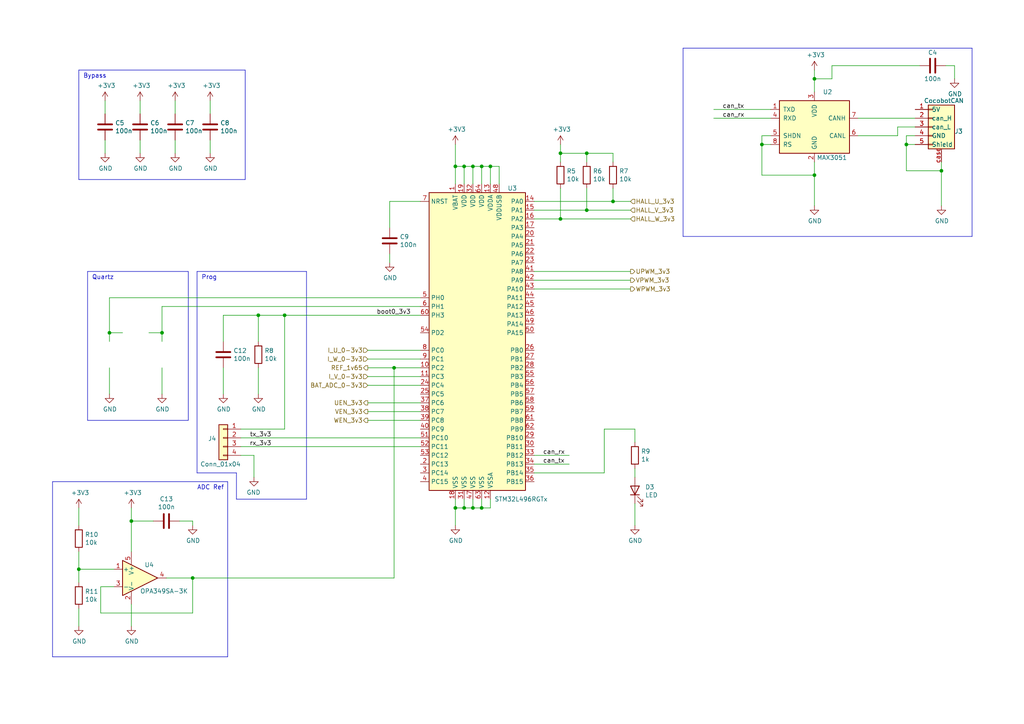
<source format=kicad_sch>
(kicad_sch (version 20230121) (generator eeschema)
  (paper "A4")
  (title_block (title "Canon") (rev "2019") (company "Cocobot") (comment 1 "Version originale: Brushless SSLv2 - R. Deniéport"))
  (lib_symbols
    (symbol "Connector_Generic:Conn_01x04" (pin_names (offset 1.016) hide)
      (property "Reference" "J" (at 0 5.08 0))
      (property "Value" "Conn_01x04" (at 0 -7.62 0))
      (symbol "Conn_01x04_1_1"
        (rectangle (start -1.27 -4.953) (end 0 -5.207) (stroke (width 0.1524)))
        (rectangle (start -1.27 -2.413) (end 0 -2.667) (stroke (width 0.1524)))
        (rectangle (start -1.27 0.127) (end 0 -0.127) (stroke (width 0.1524)))
        (rectangle (start -1.27 2.667) (end 0 2.413) (stroke (width 0.1524)))
        (rectangle (start -1.27 3.81) (end 1.27 -6.35) (stroke (width 0.254)) (fill (type background)))
        (pin passive line (at -5.08 2.54 0) (length 3.81) (name "Pin_1") (number "1"))
        (pin passive line (at -5.08 0 0) (length 3.81) (name "Pin_2") (number "2"))
        (pin passive line (at -5.08 -2.54 0) (length 3.81) (name "Pin_3") (number "3"))
        (pin passive line (at -5.08 -5.08 0) (length 3.81) (name "Pin_4") (number "4"))
      )
    )
    (symbol "Device:C" (pin_numbers hide) (pin_names (offset 0.254))
      (property "Reference" "C" (at 0.635 2.54 0))
      (property "Value" "C" (at 0.635 -2.54 0))
      (symbol "C_0_1"
        (polyline (pts (xy -2.032 -0.762) (xy 2.032 -0.762)) (stroke (width 0.508)))
        (polyline (pts (xy -2.032 0.762) (xy 2.032 0.762)) (stroke (width 0.508)))
      )
      (symbol "C_1_1"
        (pin passive line (at 0 3.81 270) (length 2.794) (name "~") (number "1"))
        (pin passive line (at 0 -3.81 90) (length 2.794) (name "~") (number "2"))
      )
    )
    (symbol "Device:LED" (pin_numbers hide) (pin_names (offset 1.016) hide)
      (property "Reference" "D" (at 0 2.54 0))
      (property "Value" "LED" (at 0 -2.54 0))
      (symbol "LED_0_1"
        (polyline (pts (xy -1.27 -1.27) (xy -1.27 1.27)) (stroke (width 0.254)))
        (polyline (pts (xy -1.27 0) (xy 1.27 0)))
        (polyline (pts (xy 1.27 -1.27) (xy 1.27 1.27) (xy -1.27 0) (xy 1.27 -1.27)) (stroke (width 0.254)))
        (polyline (pts (xy -3.048 -0.762) (xy -4.572 -2.286) (xy -3.81 -2.286) (xy -4.572 -2.286) (xy -4.572 -1.524)))
        (polyline (pts (xy -1.778 -0.762) (xy -3.302 -2.286) (xy -2.54 -2.286) (xy -3.302 -2.286) (xy -3.302 -1.524)))
      )
      (symbol "LED_1_1"
        (pin passive line (at -3.81 0 0) (length 2.54) (name "K") (number "1"))
        (pin passive line (at 3.81 0 180) (length 2.54) (name "A") (number "2"))
      )
    )
    (symbol "Device:R" (pin_numbers hide) (pin_names (offset 0))
      (property "Reference" "R" (at 2.032 0 90))
      (property "Value" "R" (at 0 0 90))
      (symbol "R_0_1"
        (rectangle (start -1.016 -2.54) (end 1.016 2.54) (stroke (width 0.254)))
      )
      (symbol "R_1_1"
        (pin passive line (at 0 3.81 270) (length 1.27) (name "~") (number "1"))
        (pin passive line (at 0 -3.81 90) (length 1.27) (name "~") (number "2"))
      )
    )
    (symbol "Interface_UART:MAX3051" (pin_names (offset 1.016))
      (property "Reference" "U" (at -10.16 8.89 0))
      (property "Value" "MAX3051" (at 2.54 8.89 0))
      (symbol "MAX3051_0_1"
        (rectangle (start -10.16 7.62) (end 10.16 -7.62) (stroke (width 0.254)) (fill (type background)))
      )
      (symbol "MAX3051_1_1"
        (pin input line (at -12.7 5.08 0) (length 2.54) (name "TXD") (number "1"))
        (pin power_in line (at 0 -10.16 90) (length 2.54) (name "GND") (number "2"))
        (pin power_in line (at 0 10.16 270) (length 2.54) (name "VDD") (number "3"))
        (pin output line (at -12.7 2.54 0) (length 2.54) (name "RXD") (number "4"))
        (pin input line (at -12.7 -2.54 0) (length 2.54) (name "SHDN") (number "5"))
        (pin bidirectional line (at 12.7 -2.54 180) (length 2.54) (name "CANL") (number "6"))
        (pin bidirectional line (at 12.7 2.54 180) (length 2.54) (name "CANH") (number "7"))
        (pin input line (at -12.7 -5.08 0) (length 2.54) (name "RS") (number "8"))
      )
    )
    (symbol "canon_2019-rescue:CocobotCAN-espitall" (pin_names (offset 1.016))
      (property "Reference" "J" (at 1.27 7.62 0))
      (property "Value" "espitall:CocobotCAN" (at 1.27 5.08 0))
      (symbol "CocobotCAN-espitall_1_1"
        (rectangle (start -1.27 -7.493) (end 0 -7.747) (stroke (width 0.1524)))
        (rectangle (start -1.27 -4.953) (end 0 -5.207) (stroke (width 0.1524)))
        (rectangle (start -1.27 -2.413) (end 0 -2.667) (stroke (width 0.1524)))
        (rectangle (start -1.27 0.127) (end 0 -0.127) (stroke (width 0.1524)))
        (rectangle (start -1.27 2.667) (end 0 2.413) (stroke (width 0.1524)))
        (rectangle (start -1.27 3.81) (end 6.35 -8.89) (stroke (width 0.254)) (fill (type background)))
        (pin passive line (at -5.08 2.54 0) (length 3.81) (name "5V") (number "1"))
        (pin passive line (at -5.08 0 0) (length 3.81) (name "can_H") (number "2"))
        (pin passive line (at -5.08 -2.54 0) (length 3.81) (name "can_L") (number "3"))
        (pin passive line (at -5.08 -5.08 0) (length 3.81) (name "GND") (number "4"))
        (pin passive line (at -5.08 -7.62 0) (length 3.81) (name "Shield") (number "5"))
        (pin passive line (at 2.54 -12.7 90) (length 3.81) (name "~") (number "case"))
      )
    )
    (symbol "canon_2019-rescue:OPA349SA-3K-espitall" (pin_names (offset 0.127))
      (property "Reference" "U" (at -1.27 6.35 0))
      (property "Value" "espitall:OPA349SA-3K" (at -1.27 3.81 0))
      (symbol "OPA349SA-3K-espitall_0_1"
        (polyline (pts (xy -5.08 5.08) (xy 5.08 0) (xy -5.08 -5.08) (xy -5.08 5.08)) (stroke (width 0.254)) (fill (type background)))
        (pin power_in line (at -2.54 -7.62 90) (length 3.81) (name "V-") (number "2"))
        (pin power_in line (at -2.54 7.62 270) (length 3.81) (name "V+") (number "5"))
      )
      (symbol "OPA349SA-3K-espitall_1_1"
        (pin input line (at -7.62 2.54 0) (length 2.54) (name "+") (number "1"))
        (pin input line (at -7.62 -2.54 0) (length 2.54) (name "-") (number "3"))
        (pin output line (at 7.62 0 180) (length 2.54) (name "~") (number "4"))
      )
    )
    (symbol "canon_2019-rescue:STM32L496RGTx-MCU_ST_STM32L4"
      (property "Reference" "U" (at -15.24 44.45 0))
      (property "Value" "MCU_ST_STM32L4:STM32L496RGTx" (at 7.62 44.45 0))
      (symbol "STM32L496RGTx-MCU_ST_STM32L4_0_1"
        (rectangle (start -15.24 -43.18) (end 12.7 43.18) (stroke (width 0.254)) (fill (type background)))
      )
      (symbol "STM32L496RGTx-MCU_ST_STM32L4_1_1"
        (pin power_in line (at -7.62 45.72 270) (length 2.54) (name "VBAT") (number "1"))
        (pin bidirectional line (at -17.78 -7.62 0) (length 2.54) (name "PC2") (number "10"))
        (pin bidirectional line (at -17.78 -10.16 0) (length 2.54) (name "PC3") (number "11"))
        (pin power_in line (at 2.54 -45.72 90) (length 2.54) (name "VSSA") (number "12"))
        (pin power_in line (at 2.54 45.72 270) (length 2.54) (name "VDDA") (number "13"))
        (pin bidirectional line (at 15.24 40.64 180) (length 2.54) (name "PA0") (number "14"))
        (pin bidirectional line (at 15.24 38.1 180) (length 2.54) (name "PA1") (number "15"))
        (pin bidirectional line (at 15.24 35.56 180) (length 2.54) (name "PA2") (number "16"))
        (pin bidirectional line (at 15.24 33.02 180) (length 2.54) (name "PA3") (number "17"))
        (pin power_in line (at -7.62 -45.72 90) (length 2.54) (name "VSS") (number "18"))
        (pin power_in line (at -5.08 45.72 270) (length 2.54) (name "VDD") (number "19"))
        (pin bidirectional line (at -17.78 -35.56 0) (length 2.54) (name "PC13") (number "2"))
        (pin bidirectional line (at 15.24 30.48 180) (length 2.54) (name "PA4") (number "20"))
        (pin bidirectional line (at 15.24 27.94 180) (length 2.54) (name "PA5") (number "21"))
        (pin bidirectional line (at 15.24 25.4 180) (length 2.54) (name "PA6") (number "22"))
        (pin bidirectional line (at 15.24 22.86 180) (length 2.54) (name "PA7") (number "23"))
        (pin bidirectional line (at -17.78 -12.7 0) (length 2.54) (name "PC4") (number "24"))
        (pin bidirectional line (at -17.78 -15.24 0) (length 2.54) (name "PC5") (number "25"))
        (pin bidirectional line (at 15.24 -2.54 180) (length 2.54) (name "PB0") (number "26"))
        (pin bidirectional line (at 15.24 -5.08 180) (length 2.54) (name "PB1") (number "27"))
        (pin bidirectional line (at 15.24 -7.62 180) (length 2.54) (name "PB2") (number "28"))
        (pin bidirectional line (at 15.24 -27.94 180) (length 2.54) (name "PB10") (number "29"))
        (pin bidirectional line (at -17.78 -38.1 0) (length 2.54) (name "PC14") (number "3"))
        (pin bidirectional line (at 15.24 -30.48 180) (length 2.54) (name "PB11") (number "30"))
        (pin power_in line (at -5.08 -45.72 90) (length 2.54) (name "VSS") (number "31"))
        (pin power_in line (at -2.54 45.72 270) (length 2.54) (name "VDD") (number "32"))
        (pin bidirectional line (at 15.24 -33.02 180) (length 2.54) (name "PB12") (number "33"))
        (pin bidirectional line (at 15.24 -35.56 180) (length 2.54) (name "PB13") (number "34"))
        (pin bidirectional line (at 15.24 -38.1 180) (length 2.54) (name "PB14") (number "35"))
        (pin bidirectional line (at 15.24 -40.64 180) (length 2.54) (name "PB15") (number "36"))
        (pin bidirectional line (at -17.78 -17.78 0) (length 2.54) (name "PC6") (number "37"))
        (pin bidirectional line (at -17.78 -20.32 0) (length 2.54) (name "PC7") (number "38"))
        (pin bidirectional line (at -17.78 -22.86 0) (length 2.54) (name "PC8") (number "39"))
        (pin bidirectional line (at -17.78 -40.64 0) (length 2.54) (name "PC15") (number "4"))
        (pin bidirectional line (at -17.78 -25.4 0) (length 2.54) (name "PC9") (number "40"))
        (pin bidirectional line (at 15.24 20.32 180) (length 2.54) (name "PA8") (number "41"))
        (pin bidirectional line (at 15.24 17.78 180) (length 2.54) (name "PA9") (number "42"))
        (pin bidirectional line (at 15.24 15.24 180) (length 2.54) (name "PA10") (number "43"))
        (pin bidirectional line (at 15.24 12.7 180) (length 2.54) (name "PA11") (number "44"))
        (pin bidirectional line (at 15.24 10.16 180) (length 2.54) (name "PA12") (number "45"))
        (pin bidirectional line (at 15.24 7.62 180) (length 2.54) (name "PA13") (number "46"))
        (pin power_in line (at -2.54 -45.72 90) (length 2.54) (name "VSS") (number "47"))
        (pin power_in line (at 5.08 45.72 270) (length 2.54) (name "VDDUSB") (number "48"))
        (pin bidirectional line (at 15.24 5.08 180) (length 2.54) (name "PA14") (number "49"))
        (pin input line (at -17.78 12.7 0) (length 2.54) (name "PH0") (number "5"))
        (pin bidirectional line (at 15.24 2.54 180) (length 2.54) (name "PA15") (number "50"))
        (pin bidirectional line (at -17.78 -27.94 0) (length 2.54) (name "PC10") (number "51"))
        (pin bidirectional line (at -17.78 -30.48 0) (length 2.54) (name "PC11") (number "52"))
        (pin bidirectional line (at -17.78 -33.02 0) (length 2.54) (name "PC12") (number "53"))
        (pin bidirectional line (at -17.78 2.54 0) (length 2.54) (name "PD2") (number "54"))
        (pin bidirectional line (at 15.24 -10.16 180) (length 2.54) (name "PB3") (number "55"))
        (pin bidirectional line (at 15.24 -12.7 180) (length 2.54) (name "PB4") (number "56"))
        (pin bidirectional line (at 15.24 -15.24 180) (length 2.54) (name "PB5") (number "57"))
        (pin bidirectional line (at 15.24 -17.78 180) (length 2.54) (name "PB6") (number "58"))
        (pin bidirectional line (at 15.24 -20.32 180) (length 2.54) (name "PB7") (number "59"))
        (pin input line (at -17.78 10.16 0) (length 2.54) (name "PH1") (number "6"))
        (pin bidirectional line (at -17.78 7.62 0) (length 2.54) (name "PH3") (number "60"))
        (pin bidirectional line (at 15.24 -22.86 180) (length 2.54) (name "PB8") (number "61"))
        (pin bidirectional line (at 15.24 -25.4 180) (length 2.54) (name "PB9") (number "62"))
        (pin power_in line (at 0 -45.72 90) (length 2.54) (name "VSS") (number "63"))
        (pin power_in line (at 0 45.72 270) (length 2.54) (name "VDD") (number "64"))
        (pin input line (at -17.78 40.64 0) (length 2.54) (name "NRST") (number "7"))
        (pin bidirectional line (at -17.78 -2.54 0) (length 2.54) (name "PC0") (number "8"))
        (pin bidirectional line (at -17.78 -5.08 0) (length 2.54) (name "PC1") (number "9"))
      )
    )
    (symbol "power:+3V3" (power) (pin_names (offset 0))
      (property "Value" "+3V3" (at 0 3.556 0))
      (symbol "+3V3_0_1"
        (polyline (pts (xy -0.762 1.27) (xy 0 2.54)))
        (polyline (pts (xy 0 0) (xy 0 2.54)))
        (polyline (pts (xy 0 2.54) (xy 0.762 1.27)))
      )
      (symbol "+3V3_1_1"
        (pin power_in line (at 0 0 90) (length 0) hide (name "+3V3") (number "1"))
      )
    )
    (symbol "power:GND" (power) (pin_names (offset 0))
      (property "Value" "GND" (at 0 -3.81 0))
      (symbol "GND_0_1"
        (polyline (pts (xy 0 0) (xy 0 -1.27) (xy 1.27 -1.27) (xy 0 -2.54) (xy -1.27 -1.27) (xy 0 -1.27)))
      )
      (symbol "GND_1_1"
        (pin power_in line (at 0 0 270) (length 0) hide (name "GND") (number "1"))
      )
    )
  )
  (junction (at 132.08 48.26))
  (junction (at 38.1 151.13))
  (junction (at 137.16 48.26))
  (junction (at 31.75 96.52))
  (junction (at 162.56 63.5))
  (junction (at 134.62 147.32))
  (junction (at 55.88 167.64))
  (junction (at 262.89 41.91))
  (junction (at 177.8 58.42))
  (junction (at 162.56 44.45))
  (junction (at 273.05 49.53))
  (junction (at 220.98 41.91))
  (junction (at 139.7 147.32))
  (junction (at 134.62 48.26))
  (junction (at 236.22 22.86))
  (junction (at 46.99 96.52))
  (junction (at 137.16 147.32))
  (junction (at 114.3 106.68))
  (junction (at 82.55 91.44))
  (junction (at 170.18 60.96))
  (junction (at 74.93 91.44))
  (junction (at 22.86 165.1))
  (junction (at 142.24 48.26))
  (junction (at 132.08 147.32))
  (junction (at 139.7 48.26))
  (junction (at 236.22 50.8))
  (junction (at 170.18 44.45))
  (wire (pts (xy 69.85 127) (xy 121.92 127)))
  (polyline (pts (xy 22.86 20.32) (xy 71.12 20.32)))
  (wire (pts (xy 220.98 39.37) (xy 223.52 39.37)))
  (wire (pts (xy 132.08 147.32) (xy 134.62 147.32)))
  (polyline (pts (xy 57.15 78.74) (xy 57.15 137.16)))
  (wire (pts (xy 30.48 33.02) (xy 30.48 29.21)))
  (wire (pts (xy 132.08 147.32) (xy 132.08 144.78)))
  (polyline (pts (xy 15.24 190.5) (xy 15.24 139.7)))
  (wire (pts (xy 73.66 132.08) (xy 69.85 132.08)))
  (wire (pts (xy 241.3 19.05) (xy 241.3 22.86)))
  (wire (pts (xy 248.92 34.29) (xy 265.43 34.29)))
  (wire (pts (xy 46.99 96.52) (xy 46.99 99.06)))
  (wire (pts (xy 60.96 44.45) (xy 60.96 40.64)))
  (polyline (pts (xy 71.12 52.07) (xy 22.86 52.07)))
  (wire (pts (xy 38.1 151.13) (xy 44.45 151.13)))
  (wire (pts (xy 106.68 121.92) (xy 121.92 121.92)))
  (wire (pts (xy 137.16 147.32) (xy 139.7 147.32)))
  (wire (pts (xy 274.32 19.05) (xy 276.86 19.05)))
  (wire (pts (xy 182.88 78.74) (xy 154.94 78.74)))
  (wire (pts (xy 30.48 44.45) (xy 30.48 40.64)))
  (wire (pts (xy 43.18 96.52) (xy 46.99 96.52)))
  (wire (pts (xy 29.21 177.8) (xy 55.88 177.8)))
  (wire (pts (xy 55.88 177.8) (xy 55.88 167.64)))
  (wire (pts (xy 182.88 60.96) (xy 170.18 60.96)))
  (wire (pts (xy 248.92 39.37) (xy 260.35 39.37)))
  (wire (pts (xy 74.93 114.3) (xy 74.93 106.68)))
  (polyline (pts (xy 22.86 52.07) (xy 22.86 20.32)))
  (wire (pts (xy 154.94 137.16) (xy 175.26 137.16)))
  (wire (pts (xy 241.3 22.86) (xy 236.22 22.86)))
  (wire (pts (xy 262.89 39.37) (xy 265.43 39.37)))
  (wire (pts (xy 22.86 165.1) (xy 22.86 160.02)))
  (wire (pts (xy 38.1 151.13) (xy 38.1 160.02)))
  (wire (pts (xy 121.92 119.38) (xy 106.68 119.38)))
  (wire (pts (xy 162.56 63.5) (xy 182.88 63.5)))
  (wire (pts (xy 273.05 46.99) (xy 273.05 49.53)))
  (wire (pts (xy 114.3 106.68) (xy 114.3 167.64)))
  (wire (pts (xy 106.68 101.6) (xy 121.92 101.6)))
  (wire (pts (xy 262.89 49.53) (xy 262.89 41.91)))
  (wire (pts (xy 207.01 34.29) (xy 223.52 34.29)))
  (polyline (pts (xy 68.58 137.16) (xy 68.58 144.78)))
  (wire (pts (xy 132.08 152.4) (xy 132.08 147.32)))
  (wire (pts (xy 134.62 144.78) (xy 134.62 147.32)))
  (wire (pts (xy 69.85 124.46) (xy 82.55 124.46)))
  (wire (pts (xy 154.94 132.08) (xy 165.1 132.08)))
  (wire (pts (xy 113.03 76.2) (xy 113.03 73.66)))
  (wire (pts (xy 177.8 58.42) (xy 182.88 58.42)))
  (wire (pts (xy 162.56 54.61) (xy 162.56 63.5)))
  (wire (pts (xy 170.18 60.96) (xy 154.94 60.96)))
  (wire (pts (xy 236.22 46.99) (xy 236.22 50.8)))
  (wire (pts (xy 154.94 58.42) (xy 177.8 58.42)))
  (wire (pts (xy 184.15 124.46) (xy 184.15 128.27)))
  (wire (pts (xy 38.1 147.32) (xy 38.1 151.13)))
  (wire (pts (xy 40.64 44.45) (xy 40.64 40.64)))
  (polyline (pts (xy 66.04 190.5) (xy 15.24 190.5)))
  (wire (pts (xy 38.1 181.61) (xy 38.1 175.26)))
  (wire (pts (xy 265.43 36.83) (xy 260.35 36.83)))
  (wire (pts (xy 134.62 48.26) (xy 137.16 48.26)))
  (wire (pts (xy 137.16 53.34) (xy 137.16 48.26)))
  (wire (pts (xy 55.88 152.4) (xy 55.88 151.13)))
  (wire (pts (xy 154.94 134.62) (xy 165.1 134.62)))
  (polyline (pts (xy 88.9 144.78) (xy 88.9 78.74)))
  (wire (pts (xy 170.18 54.61) (xy 170.18 60.96)))
  (wire (pts (xy 22.86 165.1) (xy 22.86 168.91)))
  (wire (pts (xy 29.21 170.18) (xy 29.21 177.8)))
  (polyline (pts (xy 281.94 68.58) (xy 198.12 68.58)))
  (wire (pts (xy 223.52 41.91) (xy 220.98 41.91)))
  (wire (pts (xy 142.24 147.32) (xy 142.24 144.78)))
  (wire (pts (xy 31.75 114.3) (xy 31.75 106.68)))
  (wire (pts (xy 55.88 167.64) (xy 48.26 167.64)))
  (polyline (pts (xy 198.12 13.97) (xy 281.94 13.97)))
  (wire (pts (xy 262.89 41.91) (xy 262.89 39.37)))
  (wire (pts (xy 137.16 48.26) (xy 139.7 48.26)))
  (wire (pts (xy 74.93 91.44) (xy 64.77 91.44)))
  (wire (pts (xy 121.92 86.36) (xy 31.75 86.36)))
  (polyline (pts (xy 54.61 121.92) (xy 25.4 121.92)))
  (wire (pts (xy 236.22 50.8) (xy 236.22 59.69)))
  (wire (pts (xy 33.02 170.18) (xy 29.21 170.18)))
  (wire (pts (xy 139.7 48.26) (xy 142.24 48.26)))
  (wire (pts (xy 134.62 53.34) (xy 134.62 48.26)))
  (wire (pts (xy 265.43 41.91) (xy 262.89 41.91)))
  (wire (pts (xy 170.18 44.45) (xy 177.8 44.45)))
  (polyline (pts (xy 198.12 68.58) (xy 198.12 13.97)))
  (wire (pts (xy 276.86 19.05) (xy 276.86 22.86)))
  (wire (pts (xy 154.94 63.5) (xy 162.56 63.5)))
  (wire (pts (xy 177.8 54.61) (xy 177.8 58.42)))
  (wire (pts (xy 33.02 165.1) (xy 22.86 165.1)))
  (wire (pts (xy 142.24 53.34) (xy 142.24 48.26)))
  (wire (pts (xy 60.96 33.02) (xy 60.96 29.21)))
  (wire (pts (xy 175.26 124.46) (xy 184.15 124.46)))
  (wire (pts (xy 55.88 167.64) (xy 114.3 167.64)))
  (wire (pts (xy 69.85 129.54) (xy 121.92 129.54)))
  (wire (pts (xy 64.77 106.68) (xy 64.77 114.3)))
  (polyline (pts (xy 25.4 121.92) (xy 25.4 78.74)))
  (wire (pts (xy 139.7 144.78) (xy 139.7 147.32)))
  (wire (pts (xy 22.86 147.32) (xy 22.86 152.4)))
  (wire (pts (xy 142.24 48.26) (xy 144.78 48.26)))
  (wire (pts (xy 74.93 91.44) (xy 74.93 99.06)))
  (wire (pts (xy 46.99 114.3) (xy 46.99 106.68)))
  (wire (pts (xy 31.75 96.52) (xy 31.75 99.06)))
  (wire (pts (xy 106.68 109.22) (xy 121.92 109.22)))
  (polyline (pts (xy 281.94 13.97) (xy 281.94 68.58)))
  (polyline (pts (xy 15.24 139.7) (xy 66.04 139.7)))
  (wire (pts (xy 273.05 49.53) (xy 262.89 49.53)))
  (wire (pts (xy 113.03 66.04) (xy 113.03 58.42)))
  (wire (pts (xy 22.86 181.61) (xy 22.86 176.53)))
  (wire (pts (xy 55.88 151.13) (xy 52.07 151.13)))
  (wire (pts (xy 114.3 106.68) (xy 121.92 106.68)))
  (wire (pts (xy 73.66 138.43) (xy 73.66 132.08)))
  (wire (pts (xy 46.99 96.52) (xy 46.99 88.9)))
  (wire (pts (xy 50.8 44.45) (xy 50.8 40.64)))
  (wire (pts (xy 236.22 20.32) (xy 236.22 22.86)))
  (wire (pts (xy 106.68 104.14) (xy 121.92 104.14)))
  (polyline (pts (xy 68.58 144.78) (xy 88.9 144.78)))
  (wire (pts (xy 175.26 137.16) (xy 175.26 124.46)))
  (wire (pts (xy 144.78 48.26) (xy 144.78 53.34)))
  (polyline (pts (xy 66.04 139.7) (xy 66.04 190.5)))
  (polyline (pts (xy 25.4 78.74) (xy 54.61 78.74)))
  (wire (pts (xy 132.08 48.26) (xy 132.08 53.34)))
  (wire (pts (xy 113.03 58.42) (xy 121.92 58.42)))
  (wire (pts (xy 220.98 50.8) (xy 220.98 41.91)))
  (wire (pts (xy 236.22 50.8) (xy 220.98 50.8)))
  (wire (pts (xy 182.88 81.28) (xy 154.94 81.28)))
  (wire (pts (xy 121.92 91.44) (xy 82.55 91.44)))
  (wire (pts (xy 40.64 33.02) (xy 40.64 29.21)))
  (wire (pts (xy 121.92 111.76) (xy 106.68 111.76)))
  (wire (pts (xy 134.62 147.32) (xy 137.16 147.32)))
  (wire (pts (xy 207.01 31.75) (xy 223.52 31.75)))
  (wire (pts (xy 177.8 44.45) (xy 177.8 46.99)))
  (wire (pts (xy 137.16 144.78) (xy 137.16 147.32)))
  (wire (pts (xy 50.8 33.02) (xy 50.8 29.21)))
  (wire (pts (xy 260.35 36.83) (xy 260.35 39.37)))
  (wire (pts (xy 184.15 152.4) (xy 184.15 146.05)))
  (wire (pts (xy 162.56 41.91) (xy 162.56 44.45)))
  (wire (pts (xy 64.77 91.44) (xy 64.77 99.06)))
  (wire (pts (xy 162.56 44.45) (xy 170.18 44.45)))
  (wire (pts (xy 241.3 19.05) (xy 266.7 19.05)))
  (wire (pts (xy 273.05 49.53) (xy 273.05 59.69)))
  (polyline (pts (xy 88.9 78.74) (xy 57.15 78.74)))
  (wire (pts (xy 184.15 138.43) (xy 184.15 135.89)))
  (wire (pts (xy 82.55 124.46) (xy 82.55 91.44)))
  (wire (pts (xy 35.56 96.52) (xy 31.75 96.52)))
  (wire (pts (xy 182.88 83.82) (xy 154.94 83.82)))
  (wire (pts (xy 106.68 116.84) (xy 121.92 116.84)))
  (wire (pts (xy 46.99 88.9) (xy 121.92 88.9)))
  (wire (pts (xy 106.68 106.68) (xy 114.3 106.68)))
  (polyline (pts (xy 57.15 137.16) (xy 68.58 137.16)))
  (wire (pts (xy 31.75 86.36) (xy 31.75 96.52)))
  (wire (pts (xy 132.08 48.26) (xy 134.62 48.26)))
  (wire (pts (xy 139.7 53.34) (xy 139.7 48.26)))
  (wire (pts (xy 82.55 91.44) (xy 74.93 91.44)))
  (polyline (pts (xy 54.61 78.74) (xy 54.61 121.92)))
  (wire (pts (xy 132.08 41.91) (xy 132.08 48.26)))
  (wire (pts (xy 162.56 44.45) (xy 162.56 46.99)))
  (wire (pts (xy 220.98 41.91) (xy 220.98 39.37)))
  (wire (pts (xy 170.18 46.99) (xy 170.18 44.45)))
  (wire (pts (xy 139.7 147.32) (xy 142.24 147.32)))
  (polyline (pts (xy 71.12 20.32) (xy 71.12 52.07)))
  (wire (pts (xy 236.22 22.86) (xy 236.22 26.67)))
  (text "ADC Ref" (at 57.15 142.24 0) (effects (font (size 1.27 1.27)) (justify left bottom)))
  (text "Prog" (at 58.42 81.28 0) (effects (font (size 1.27 1.27)) (justify left bottom)))
  (text "Quartz" (at 26.67 81.28 0) (effects (font (size 1.27 1.27)) (justify left bottom)))
  (text "Bypass" (at 24.13 22.86 0) (effects (font (size 1.27 1.27)) (justify left bottom)))
  (label "tx_3v3" (at 78.74 127 180))
  (label "can_rx" (at 209.55 34.29 0))
  (label "rx_3v3" (at 78.74 129.54 180))
  (label "can_tx" (at 209.55 31.75 0))
  (label "boot0_3v3" (at 109.22 91.44 0))
  (label "can_tx" (at 157.48 134.62 0))
  (label "can_rx" (at 157.48 132.08 0))
  (hierarchical_label "VEN_3v3" (shape output) (at 106.68 119.38 180))
  (hierarchical_label "HALL_U_3v3" (shape input) (at 182.88 58.42 0))
  (hierarchical_label "WEN_3v3" (shape output) (at 106.68 121.92 180))
  (hierarchical_label "REF_1v65" (shape output) (at 106.68 106.68 180))
  (hierarchical_label "HALL_V_3v3" (shape input) (at 182.88 60.96 0))
  (hierarchical_label "VPWM_3v3" (shape output) (at 182.88 81.28 0))
  (hierarchical_label "UEN_3v3" (shape output) (at 106.68 116.84 180))
  (hierarchical_label "I_W_0-3v3" (shape input) (at 106.68 104.14 180))
  (hierarchical_label "WPWM_3v3" (shape output) (at 182.88 83.82 0))
  (hierarchical_label "BAT_ADC_0-3v3" (shape input) (at 106.68 111.76 180))
  (hierarchical_label "UPWM_3v3" (shape output) (at 182.88 78.74 0))
  (hierarchical_label "I_V_0-3v3" (shape input) (at 106.68 109.22 180))
  (hierarchical_label "HALL_W_3v3" (shape input) (at 182.88 63.5 0))
  (hierarchical_label "I_U_0-3v3" (shape input) (at 106.68 101.6 180))
  (symbol (lib_id "canon_2019-rescue:STM32L496RGTx-MCU_ST_STM32L4") (at 139.7 99.06 0) (unit 1)
    (property "Reference" "U3" (at 148.59 54.61 0))
    (property "Value" "STM32L496RGTx" (at 151.13 144.78 0))
    (property "Footprint" "Housings_QFP:LQFP-64_10x10mm_Pitch0.5mm" (effects hide))
    (property "Datasheet" "http://www.st.com/st-web-ui/static/active/en/resource/technical/document/datasheet/DM00284211.pdf" (effects hide))
  )
  (symbol (lib_id "power:+3V3") (at 30.48 29.21 0) (unit 1)
    (property "Reference" "#PWR0108" (effects hide))
    (property "Value" "+3V3" (at 30.861 24.8158 0))
  )
  (symbol (lib_id "Device:C") (at 30.48 36.83 0) (unit 1)
    (property "Reference" "C5" (at 33.401 35.6616 0) (effects (justify left)))
    (property "Value" "100n" (at 33.401 37.973 0) (effects (justify left)))
    (property "Footprint" "espitall:C_0603" (effects hide))
  )
  (symbol (lib_id "power:GND") (at 30.48 44.45 0) (unit 1)
    (property "Reference" "#PWR0109" (effects hide))
    (property "Value" "GND" (at 30.607 48.8442 0))
  )
  (symbol (lib_id "power:+3V3") (at 40.64 29.21 0) (unit 1)
    (property "Reference" "#PWR0110" (effects hide))
    (property "Value" "+3V3" (at 41.021 24.8158 0))
  )
  (symbol (lib_id "Device:C") (at 40.64 36.83 0) (unit 1)
    (property "Reference" "C6" (at 43.561 35.6616 0) (effects (justify left)))
    (property "Value" "100n" (at 43.561 37.973 0) (effects (justify left)))
    (property "Footprint" "espitall:C_0603" (effects hide))
  )
  (symbol (lib_id "power:GND") (at 40.64 44.45 0) (unit 1)
    (property "Reference" "#PWR0111" (effects hide))
    (property "Value" "GND" (at 40.767 48.8442 0))
  )
  (symbol (lib_id "power:+3V3") (at 50.8 29.21 0) (unit 1)
    (property "Reference" "#PWR0112" (effects hide))
    (property "Value" "+3V3" (at 51.181 24.8158 0))
  )
  (symbol (lib_id "Device:C") (at 50.8 36.83 0) (unit 1)
    (property "Reference" "C7" (at 53.721 35.6616 0) (effects (justify left)))
    (property "Value" "100n" (at 53.721 37.973 0) (effects (justify left)))
    (property "Footprint" "espitall:C_0603" (effects hide))
  )
  (symbol (lib_id "power:GND") (at 50.8 44.45 0) (unit 1)
    (property "Reference" "#PWR0113" (effects hide))
    (property "Value" "GND" (at 50.927 48.8442 0))
  )
  (symbol (lib_id "power:+3V3") (at 60.96 29.21 0) (unit 1)
    (property "Reference" "#PWR0114" (effects hide))
    (property "Value" "+3V3" (at 61.341 24.8158 0))
  )
  (symbol (lib_id "Device:C") (at 60.96 36.83 0) (unit 1)
    (property "Reference" "C8" (at 63.881 35.6616 0) (effects (justify left)))
    (property "Value" "100n" (at 63.881 37.973 0) (effects (justify left)))
    (property "Footprint" "espitall:C_0603" (effects hide))
  )
  (symbol (lib_id "power:GND") (at 60.96 44.45 0) (unit 1)
    (property "Reference" "#PWR0115" (effects hide))
    (property "Value" "GND" (at 61.087 48.8442 0))
  )
  (symbol (lib_id "power:GND") (at 31.75 114.3 0) (unit 1)
    (property "Reference" "#PWR0116" (effects hide))
    (property "Value" "GND" (at 31.877 118.6942 0))
  )
  (symbol (lib_id "power:GND") (at 46.99 114.3 0) (unit 1)
    (property "Reference" "#PWR0117" (effects hide))
    (property "Value" "GND" (at 47.117 118.6942 0))
  )
  (symbol (lib_id "Device:C") (at 113.03 69.85 0) (unit 1)
    (property "Reference" "C9" (at 115.951 68.6816 0) (effects (justify left)))
    (property "Value" "100n" (at 115.951 70.993 0) (effects (justify left)))
    (property "Footprint" "espitall:C_0603" (effects hide))
  )
  (symbol (lib_id "power:GND") (at 113.03 76.2 0) (unit 1)
    (property "Reference" "#PWR0118" (effects hide))
    (property "Value" "GND" (at 113.157 80.5942 0))
  )
  (symbol (lib_id "power:+3V3") (at 132.08 41.91 0) (unit 1)
    (property "Reference" "#PWR0119" (effects hide))
    (property "Value" "+3V3" (at 132.461 37.5158 0))
  )
  (symbol (lib_id "Connector_Generic:Conn_01x04") (at 64.77 127 0) (mirror y) (unit 1)
    (property "Reference" "J4" (at 62.738 127.2032 0) (effects (justify left)))
    (property "Value" "Conn_01x04" (at 69.85 134.62 0) (effects (justify left)))
    (property "Footprint" "Pin_Headers:Pin_Header_Straight_1x04_Pitch2.54mm" (effects hide))
  )
  (symbol (lib_id "power:GND") (at 73.66 138.43 0) (mirror y) (unit 1)
    (property "Reference" "#PWR0120" (effects hide))
    (property "Value" "GND" (at 73.533 142.8242 0))
  )
  (symbol (lib_id "Device:R") (at 74.93 102.87 0) (unit 1)
    (property "Reference" "R8" (at 76.708 101.7016 0) (effects (justify left)))
    (property "Value" "10k" (at 76.708 104.013 0) (effects (justify left)))
    (property "Footprint" "espitall:R_0603" (effects hide))
  )
  (symbol (lib_id "Device:C") (at 64.77 102.87 0) (unit 1)
    (property "Reference" "C12" (at 67.691 101.7016 0) (effects (justify left)))
    (property "Value" "100n" (at 67.691 104.013 0) (effects (justify left)))
    (property "Footprint" "espitall:C_0603" (effects hide))
  )
  (symbol (lib_id "power:GND") (at 64.77 114.3 0) (unit 1)
    (property "Reference" "#PWR0121" (effects hide))
    (property "Value" "GND" (at 64.897 118.6942 0))
  )
  (symbol (lib_id "power:GND") (at 74.93 114.3 0) (unit 1)
    (property "Reference" "#PWR0122" (effects hide))
    (property "Value" "GND" (at 75.057 118.6942 0))
  )
  (symbol (lib_id "Device:R") (at 22.86 156.21 0) (unit 1)
    (property "Reference" "R10" (at 24.638 155.0416 0) (effects (justify left)))
    (property "Value" "10k" (at 24.638 157.353 0) (effects (justify left)))
    (property "Footprint" "espitall:R_0603" (effects hide))
  )
  (symbol (lib_id "Device:R") (at 22.86 172.72 0) (unit 1)
    (property "Reference" "R11" (at 24.638 171.5516 0) (effects (justify left)))
    (property "Value" "10k" (at 24.638 173.863 0) (effects (justify left)))
    (property "Footprint" "espitall:R_0603" (effects hide))
  )
  (symbol (lib_id "power:GND") (at 22.86 181.61 0) (unit 1)
    (property "Reference" "#PWR0123" (effects hide))
    (property "Value" "GND" (at 22.987 186.0042 0))
  )
  (symbol (lib_id "power:+3V3") (at 22.86 147.32 0) (unit 1)
    (property "Reference" "#PWR0124" (effects hide))
    (property "Value" "+3V3" (at 23.241 142.9258 0))
  )
  (symbol (lib_id "Device:C") (at 48.26 151.13 270) (unit 1)
    (property "Reference" "C13" (at 48.26 144.7292 90))
    (property "Value" "100n" (at 48.26 147.0406 90))
    (property "Footprint" "espitall:C_0603" (effects hide))
  )
  (symbol (lib_id "power:GND") (at 55.88 152.4 0) (unit 1)
    (property "Reference" "#PWR0125" (effects hide))
    (property "Value" "GND" (at 56.007 156.7942 0))
  )
  (symbol (lib_id "power:+3V3") (at 162.56 41.91 0) (unit 1)
    (property "Reference" "#PWR0126" (effects hide))
    (property "Value" "+3V3" (at 162.941 37.5158 0))
  )
  (symbol (lib_id "Device:R") (at 162.56 50.8 0) (unit 1)
    (property "Reference" "R5" (at 164.338 49.6316 0) (effects (justify left)))
    (property "Value" "10k" (at 164.338 51.943 0) (effects (justify left)))
    (property "Footprint" "espitall:R_0603" (effects hide))
  )
  (symbol (lib_id "Device:R") (at 170.18 50.8 0) (unit 1)
    (property "Reference" "R6" (at 171.958 49.6316 0) (effects (justify left)))
    (property "Value" "10k" (at 171.958 51.943 0) (effects (justify left)))
    (property "Footprint" "espitall:R_0603" (effects hide))
  )
  (symbol (lib_id "Device:R") (at 177.8 50.8 0) (unit 1)
    (property "Reference" "R7" (at 179.578 49.6316 0) (effects (justify left)))
    (property "Value" "10k" (at 179.578 51.943 0) (effects (justify left)))
    (property "Footprint" "espitall:R_0603" (effects hide))
  )
  (symbol (lib_id "Device:R") (at 184.15 132.08 0) (unit 1)
    (property "Reference" "R9" (at 185.928 130.9116 0) (effects (justify left)))
    (property "Value" "1k" (at 185.928 133.223 0) (effects (justify left)))
    (property "Footprint" "espitall:R_0603" (effects hide))
  )
  (symbol (lib_id "Device:LED") (at 184.15 142.24 90) (unit 1)
    (property "Reference" "D3" (at 187.1218 141.2748 90) (effects (justify right)))
    (property "Value" "LED" (at 187.1218 143.5862 90) (effects (justify right)))
    (property "Footprint" "espitall:LED_0805" (effects hide))
  )
  (symbol (lib_id "power:GND") (at 184.15 152.4 0) (unit 1)
    (property "Reference" "#PWR0127" (effects hide))
    (property "Value" "GND" (at 184.277 156.7942 0))
  )
  (symbol (lib_id "power:GND") (at 132.08 152.4 0) (unit 1)
    (property "Reference" "#PWR0128" (effects hide))
    (property "Value" "GND" (at 132.207 156.7942 0))
  )
  (symbol (lib_id "power:+3V3") (at 236.22 20.32 0) (unit 1)
    (property "Reference" "#PWR0131" (effects hide))
    (property "Value" "+3V3" (at 236.601 15.9258 0))
  )
  (symbol (lib_id "power:GND") (at 236.22 59.69 0) (unit 1)
    (property "Reference" "#PWR0132" (effects hide))
    (property "Value" "GND" (at 236.347 64.0842 0))
  )
  (symbol (lib_id "canon_2019-rescue:CocobotCAN-espitall") (at 270.51 34.29 0) (unit 1)
    (property "Reference" "J3" (at 276.86 38.1 0) (effects (justify left)))
    (property "Value" "CocobotCAN" (at 267.97 29.21 0) (effects (justify left)))
    (property "Footprint" "espitall:JST_PH_S5B-PH-SM4-TB_05x2.00mm_Angled" (effects hide))
  )
  (symbol (lib_id "Interface_UART:MAX3051") (at 236.22 36.83 0) (unit 1)
    (property "Reference" "U2" (at 240.03 26.67 0))
    (property "Value" "MAX3051" (at 241.3 45.72 0))
    (property "Footprint" "Housings_SOIC:SOIC-8_3.9x4.9mm_Pitch1.27mm" (effects hide))
    (property "Datasheet" "http://datasheets.maximintegrated.com/en/ds/MAX3051.pdf" (effects hide))
  )
  (symbol (lib_id "Device:C") (at 270.51 19.05 90) (unit 1)
    (property "Reference" "C4" (at 270.51 15.24 90))
    (property "Value" "100n" (at 270.51 22.86 90))
    (property "Footprint" "espitall:C_0603" (effects hide))
  )
  (symbol (lib_id "canon_2019-rescue:OPA349SA-3K-espitall") (at 40.64 167.64 0) (unit 1)
    (property "Reference" "U4" (at 41.91 163.83 0) (effects (justify left)))
    (property "Value" "OPA349SA-3K" (at 40.64 171.45 0) (effects (justify left)))
    (property "Footprint" "TO_SOT_Packages_SMD:SOT-353_SC-70-5" (effects hide))
    (property "Datasheet" "http://ww1.microchip.com/downloads/en/DeviceDoc/22141b.pdf" (effects hide))
  )
  (symbol (lib_id "power:+3V3") (at 38.1 147.32 0) (unit 1)
    (property "Reference" "#PWR0129" (effects hide))
    (property "Value" "+3V3" (at 38.481 142.9258 0))
  )
  (symbol (lib_id "power:GND") (at 38.1 181.61 0) (unit 1)
    (property "Reference" "#PWR0130" (effects hide))
    (property "Value" "GND" (at 38.227 186.0042 0))
  )
  (symbol (lib_id "power:GND") (at 273.05 59.69 0) (unit 1)
    (property "Reference" "#PWR0133" (effects hide))
    (property "Value" "GND" (at 273.177 64.0842 0))
  )
  (symbol (lib_id "power:GND") (at 276.86 22.86 0) (unit 1)
    (property "Reference" "#PWR0134" (effects hide))
    (property "Value" "GND" (at 276.987 27.2542 0))
  )
)
</source>
